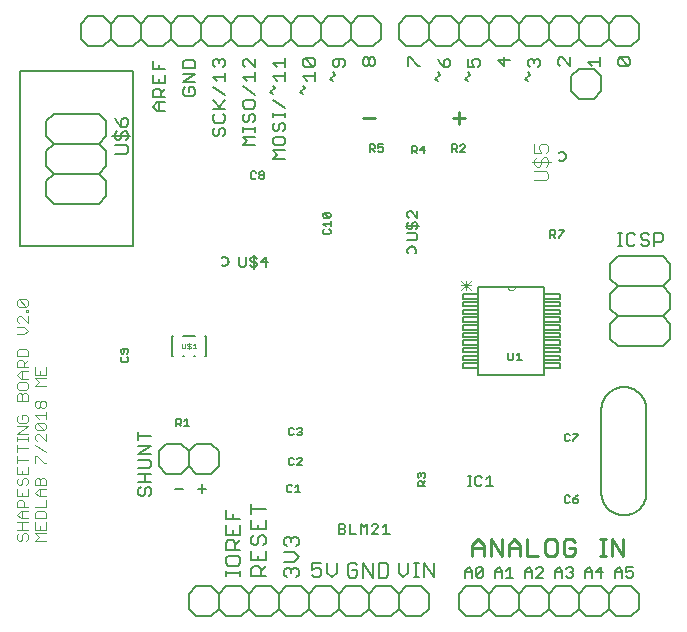
<source format=gto>
G75*
%MOIN*%
%OFA0B0*%
%FSLAX25Y25*%
%IPPOS*%
%LPD*%
%AMOC8*
5,1,8,0,0,1.08239X$1,22.5*
%
%ADD10C,0.00800*%
%ADD11C,0.00600*%
%ADD12C,0.01000*%
%ADD13C,0.01100*%
%ADD14C,0.00300*%
%ADD15C,0.00400*%
%ADD16C,0.00500*%
%ADD17C,0.00000*%
D10*
X0089996Y0047301D02*
X0090697Y0046600D01*
X0091398Y0046600D01*
X0092098Y0047301D01*
X0092098Y0048702D01*
X0092799Y0049402D01*
X0093499Y0049402D01*
X0094200Y0048702D01*
X0094200Y0047301D01*
X0093499Y0046600D01*
X0090697Y0049402D02*
X0089996Y0048702D01*
X0089996Y0047301D01*
X0089996Y0051204D02*
X0094200Y0051204D01*
X0092098Y0051204D02*
X0092098Y0054006D01*
X0089996Y0054006D02*
X0094200Y0054006D01*
X0093499Y0055808D02*
X0094200Y0056508D01*
X0094200Y0057910D01*
X0093499Y0058610D01*
X0089996Y0058610D01*
X0089996Y0060412D02*
X0094200Y0063214D01*
X0089996Y0063214D01*
X0089996Y0065016D02*
X0089996Y0067818D01*
X0089996Y0066417D02*
X0094200Y0066417D01*
X0094200Y0060412D02*
X0089996Y0060412D01*
X0089996Y0055808D02*
X0093499Y0055808D01*
X0102200Y0049002D02*
X0105002Y0049002D01*
X0109700Y0049002D02*
X0112502Y0049002D01*
X0111101Y0050403D02*
X0111101Y0047601D01*
X0119096Y0042010D02*
X0119096Y0038807D01*
X0123900Y0038807D01*
X0123900Y0036853D02*
X0123900Y0033650D01*
X0119096Y0033650D01*
X0119096Y0036853D01*
X0121498Y0035252D02*
X0121498Y0033650D01*
X0121498Y0031697D02*
X0119897Y0031697D01*
X0119096Y0030896D01*
X0119096Y0028494D01*
X0123900Y0028494D01*
X0122299Y0028494D02*
X0122299Y0030896D01*
X0121498Y0031697D01*
X0122299Y0030095D02*
X0123900Y0031697D01*
X0127596Y0031013D02*
X0127596Y0032615D01*
X0128397Y0033416D01*
X0129998Y0032615D02*
X0129998Y0031013D01*
X0129197Y0030213D01*
X0128397Y0030213D01*
X0127596Y0031013D01*
X0127596Y0028259D02*
X0127596Y0025056D01*
X0132400Y0025056D01*
X0132400Y0028259D01*
X0131599Y0030213D02*
X0132400Y0031013D01*
X0132400Y0032615D01*
X0131599Y0033416D01*
X0130799Y0033416D01*
X0129998Y0032615D01*
X0129998Y0035369D02*
X0129998Y0036971D01*
X0132400Y0038572D02*
X0132400Y0035369D01*
X0127596Y0035369D01*
X0127596Y0038572D01*
X0127596Y0040526D02*
X0127596Y0043728D01*
X0127596Y0042127D02*
X0132400Y0042127D01*
X0139397Y0032916D02*
X0140197Y0032916D01*
X0140998Y0032115D01*
X0141799Y0032916D01*
X0142599Y0032916D01*
X0143400Y0032115D01*
X0143400Y0030513D01*
X0142599Y0029713D01*
X0141799Y0027759D02*
X0138596Y0027759D01*
X0139397Y0029713D02*
X0138596Y0030513D01*
X0138596Y0032115D01*
X0139397Y0032916D01*
X0140998Y0032115D02*
X0140998Y0031314D01*
X0141799Y0027759D02*
X0143400Y0026158D01*
X0141799Y0024556D01*
X0138596Y0024556D01*
X0139397Y0022603D02*
X0140197Y0022603D01*
X0140998Y0021802D01*
X0141799Y0022603D01*
X0142599Y0022603D01*
X0143400Y0021802D01*
X0143400Y0020201D01*
X0142599Y0019400D01*
X0140998Y0021001D02*
X0140998Y0021802D01*
X0139397Y0022603D02*
X0138596Y0021802D01*
X0138596Y0020201D01*
X0139397Y0019400D01*
X0132400Y0019900D02*
X0127596Y0019900D01*
X0127596Y0022302D01*
X0128397Y0023103D01*
X0129998Y0023103D01*
X0130799Y0022302D01*
X0130799Y0019900D01*
X0130799Y0021501D02*
X0132400Y0023103D01*
X0129998Y0025056D02*
X0129998Y0026658D01*
X0123900Y0025740D02*
X0123099Y0026540D01*
X0119897Y0026540D01*
X0119096Y0025740D01*
X0119096Y0024138D01*
X0119897Y0023338D01*
X0123099Y0023338D01*
X0123900Y0024138D01*
X0123900Y0025740D01*
X0123900Y0021501D02*
X0123900Y0019900D01*
X0123900Y0020701D02*
X0119096Y0020701D01*
X0119096Y0021501D02*
X0119096Y0019900D01*
X0121498Y0038807D02*
X0121498Y0040408D01*
X0147700Y0024204D02*
X0147700Y0021802D01*
X0149301Y0022603D01*
X0150102Y0022603D01*
X0150903Y0021802D01*
X0150903Y0020201D01*
X0150102Y0019400D01*
X0148501Y0019400D01*
X0147700Y0020201D01*
X0147700Y0024204D02*
X0150903Y0024204D01*
X0152856Y0024204D02*
X0152856Y0021001D01*
X0154458Y0019400D01*
X0156059Y0021001D01*
X0156059Y0024204D01*
X0159733Y0023351D02*
X0159733Y0020149D01*
X0160534Y0019348D01*
X0162135Y0019348D01*
X0162936Y0020149D01*
X0162936Y0021750D01*
X0161334Y0021750D01*
X0159733Y0023351D02*
X0160534Y0024152D01*
X0162135Y0024152D01*
X0162936Y0023351D01*
X0164889Y0024152D02*
X0168092Y0019348D01*
X0168092Y0024152D01*
X0170046Y0024152D02*
X0172448Y0024152D01*
X0173249Y0023351D01*
X0173249Y0020149D01*
X0172448Y0019348D01*
X0170046Y0019348D01*
X0170046Y0024152D01*
X0164889Y0024152D02*
X0164889Y0019348D01*
X0176700Y0021001D02*
X0178301Y0019400D01*
X0179903Y0021001D01*
X0179903Y0024204D01*
X0181856Y0024204D02*
X0183458Y0024204D01*
X0182657Y0024204D02*
X0182657Y0019400D01*
X0181856Y0019400D02*
X0183458Y0019400D01*
X0185294Y0019400D02*
X0185294Y0024204D01*
X0188497Y0019400D01*
X0188497Y0024204D01*
X0176700Y0024204D02*
X0176700Y0021001D01*
X0249700Y0129900D02*
X0251101Y0129900D01*
X0250401Y0129900D02*
X0250401Y0134104D01*
X0251101Y0134104D02*
X0249700Y0134104D01*
X0252769Y0133403D02*
X0252769Y0130601D01*
X0253470Y0129900D01*
X0254871Y0129900D01*
X0255572Y0130601D01*
X0257373Y0130601D02*
X0258074Y0129900D01*
X0259475Y0129900D01*
X0260176Y0130601D01*
X0260176Y0131301D01*
X0259475Y0132002D01*
X0258074Y0132002D01*
X0257373Y0132702D01*
X0257373Y0133403D01*
X0258074Y0134104D01*
X0259475Y0134104D01*
X0260176Y0133403D01*
X0261977Y0134104D02*
X0261977Y0129900D01*
X0261977Y0131301D02*
X0264079Y0131301D01*
X0264780Y0132002D01*
X0264780Y0133403D01*
X0264079Y0134104D01*
X0261977Y0134104D01*
X0255572Y0133403D02*
X0254871Y0134104D01*
X0253470Y0134104D01*
X0252769Y0133403D01*
X0219696Y0184900D02*
X0218996Y0185601D01*
X0220397Y0187002D01*
X0219696Y0187702D01*
X0220397Y0189504D02*
X0219696Y0190205D01*
X0219696Y0191606D01*
X0220397Y0192306D01*
X0221098Y0192306D01*
X0221798Y0191606D01*
X0222499Y0192306D01*
X0223199Y0192306D01*
X0223900Y0191606D01*
X0223900Y0190205D01*
X0223199Y0189504D01*
X0221798Y0190905D02*
X0221798Y0191606D01*
X0229696Y0192002D02*
X0229696Y0190601D01*
X0230397Y0189900D01*
X0229696Y0192002D02*
X0230397Y0192702D01*
X0231098Y0192702D01*
X0233900Y0189900D01*
X0233900Y0192702D01*
X0239696Y0191301D02*
X0243900Y0191301D01*
X0243900Y0189900D02*
X0243900Y0192702D01*
X0241098Y0189900D02*
X0239696Y0191301D01*
X0249696Y0190601D02*
X0249696Y0192002D01*
X0250397Y0192702D01*
X0253199Y0189900D01*
X0253900Y0190601D01*
X0253900Y0192002D01*
X0253199Y0192702D01*
X0250397Y0192702D01*
X0249696Y0190601D02*
X0250397Y0189900D01*
X0253199Y0189900D01*
X0213900Y0192002D02*
X0209696Y0192002D01*
X0211798Y0189900D01*
X0211798Y0192702D01*
X0203900Y0191606D02*
X0203900Y0190205D01*
X0203199Y0189504D01*
X0201798Y0189504D02*
X0201098Y0190905D01*
X0201098Y0191606D01*
X0201798Y0192306D01*
X0203199Y0192306D01*
X0203900Y0191606D01*
X0201798Y0189504D02*
X0199696Y0189504D01*
X0199696Y0192306D01*
X0199696Y0187702D02*
X0200397Y0187002D01*
X0198996Y0185601D01*
X0199696Y0184900D01*
X0193900Y0190205D02*
X0193900Y0191606D01*
X0193199Y0192306D01*
X0192499Y0192306D01*
X0191798Y0191606D01*
X0191798Y0189504D01*
X0193199Y0189504D01*
X0193900Y0190205D01*
X0191798Y0189504D02*
X0190397Y0190905D01*
X0189696Y0192306D01*
X0189696Y0187702D02*
X0190397Y0187002D01*
X0188996Y0185601D01*
X0189696Y0184900D01*
X0183900Y0189900D02*
X0183199Y0189900D01*
X0180397Y0192702D01*
X0179696Y0192702D01*
X0179696Y0189900D01*
X0168900Y0190601D02*
X0168199Y0189900D01*
X0167499Y0189900D01*
X0166798Y0190601D01*
X0166798Y0192002D01*
X0167499Y0192702D01*
X0168199Y0192702D01*
X0168900Y0192002D01*
X0168900Y0190601D01*
X0166798Y0190601D02*
X0166098Y0189900D01*
X0165397Y0189900D01*
X0164696Y0190601D01*
X0164696Y0192002D01*
X0165397Y0192702D01*
X0166098Y0192702D01*
X0166798Y0192002D01*
X0158900Y0191606D02*
X0158199Y0192306D01*
X0155397Y0192306D01*
X0154696Y0191606D01*
X0154696Y0190205D01*
X0155397Y0189504D01*
X0156098Y0189504D01*
X0156798Y0190205D01*
X0156798Y0192306D01*
X0158900Y0191606D02*
X0158900Y0190205D01*
X0158199Y0189504D01*
X0155397Y0187002D02*
X0154696Y0187702D01*
X0155397Y0187002D02*
X0153996Y0185601D01*
X0154696Y0184900D01*
X0148900Y0185004D02*
X0148900Y0187806D01*
X0148900Y0186405D02*
X0144696Y0186405D01*
X0146098Y0185004D01*
X0144696Y0183202D02*
X0145397Y0182502D01*
X0143996Y0181101D01*
X0144696Y0180400D01*
X0138900Y0184989D02*
X0138900Y0187791D01*
X0138900Y0186390D02*
X0134696Y0186390D01*
X0136098Y0184989D01*
X0134696Y0183187D02*
X0135397Y0182487D01*
X0133996Y0181086D01*
X0134696Y0180385D01*
X0134696Y0178583D02*
X0138900Y0175781D01*
X0138900Y0174113D02*
X0138900Y0172712D01*
X0138900Y0173412D02*
X0134696Y0173412D01*
X0134696Y0172712D02*
X0134696Y0174113D01*
X0135397Y0170910D02*
X0134696Y0170210D01*
X0134696Y0168808D01*
X0135397Y0168108D01*
X0136098Y0168108D01*
X0136798Y0168808D01*
X0136798Y0170210D01*
X0137499Y0170910D01*
X0138199Y0170910D01*
X0138900Y0170210D01*
X0138900Y0168808D01*
X0138199Y0168108D01*
X0138199Y0166306D02*
X0135397Y0166306D01*
X0134696Y0165606D01*
X0134696Y0164205D01*
X0135397Y0163504D01*
X0138199Y0163504D01*
X0138900Y0164205D01*
X0138900Y0165606D01*
X0138199Y0166306D01*
X0138900Y0161702D02*
X0134696Y0161702D01*
X0136098Y0160301D01*
X0134696Y0158900D01*
X0138900Y0158900D01*
X0128900Y0163400D02*
X0124696Y0163400D01*
X0126098Y0164801D01*
X0124696Y0166202D01*
X0128900Y0166202D01*
X0128900Y0168004D02*
X0128900Y0169405D01*
X0128900Y0168705D02*
X0124696Y0168705D01*
X0124696Y0169405D02*
X0124696Y0168004D01*
X0125397Y0171073D02*
X0126098Y0171073D01*
X0126798Y0171774D01*
X0126798Y0173175D01*
X0127499Y0173876D01*
X0128199Y0173876D01*
X0128900Y0173175D01*
X0128900Y0171774D01*
X0128199Y0171073D01*
X0125397Y0171073D02*
X0124696Y0171774D01*
X0124696Y0173175D01*
X0125397Y0173876D01*
X0125397Y0175677D02*
X0128199Y0175677D01*
X0128900Y0176378D01*
X0128900Y0177779D01*
X0128199Y0178480D01*
X0125397Y0178480D01*
X0124696Y0177779D01*
X0124696Y0176378D01*
X0125397Y0175677D01*
X0128900Y0180281D02*
X0124696Y0183083D01*
X0126098Y0184885D02*
X0124696Y0186286D01*
X0128900Y0186286D01*
X0128900Y0184885D02*
X0128900Y0187687D01*
X0128900Y0189489D02*
X0126098Y0192291D01*
X0125397Y0192291D01*
X0124696Y0191591D01*
X0124696Y0190189D01*
X0125397Y0189489D01*
X0128900Y0189489D02*
X0128900Y0192291D01*
X0134696Y0190994D02*
X0138900Y0190994D01*
X0138900Y0189593D02*
X0138900Y0192395D01*
X0136098Y0189593D02*
X0134696Y0190994D01*
X0144696Y0190308D02*
X0144696Y0191710D01*
X0145397Y0192410D01*
X0148199Y0189608D01*
X0148900Y0190308D01*
X0148900Y0191710D01*
X0148199Y0192410D01*
X0145397Y0192410D01*
X0144696Y0190308D02*
X0145397Y0189608D01*
X0148199Y0189608D01*
X0118900Y0190120D02*
X0118199Y0189420D01*
X0118900Y0190120D02*
X0118900Y0191521D01*
X0118199Y0192222D01*
X0117499Y0192222D01*
X0116798Y0191521D01*
X0116798Y0190821D01*
X0116798Y0191521D02*
X0116098Y0192222D01*
X0115397Y0192222D01*
X0114696Y0191521D01*
X0114696Y0190120D01*
X0115397Y0189420D01*
X0114696Y0186217D02*
X0118900Y0186217D01*
X0118900Y0184816D02*
X0118900Y0187618D01*
X0116098Y0184816D02*
X0114696Y0186217D01*
X0114696Y0183014D02*
X0118900Y0180212D01*
X0118900Y0178410D02*
X0116798Y0176308D01*
X0117499Y0175608D02*
X0114696Y0178410D01*
X0114696Y0175608D02*
X0118900Y0175608D01*
X0118199Y0173806D02*
X0118900Y0173106D01*
X0118900Y0171705D01*
X0118199Y0171004D01*
X0115397Y0171004D01*
X0114696Y0171705D01*
X0114696Y0173106D01*
X0115397Y0173806D01*
X0115397Y0169202D02*
X0114696Y0168502D01*
X0114696Y0167101D01*
X0115397Y0166400D01*
X0116098Y0166400D01*
X0116798Y0167101D01*
X0116798Y0168502D01*
X0117499Y0169202D01*
X0118199Y0169202D01*
X0118900Y0168502D01*
X0118900Y0167101D01*
X0118199Y0166400D01*
X0108199Y0179900D02*
X0108900Y0180601D01*
X0108900Y0182002D01*
X0108199Y0182702D01*
X0106798Y0182702D01*
X0106798Y0181301D01*
X0105397Y0179900D02*
X0108199Y0179900D01*
X0105397Y0179900D02*
X0104696Y0180601D01*
X0104696Y0182002D01*
X0105397Y0182702D01*
X0104696Y0184504D02*
X0108900Y0187306D01*
X0104696Y0187306D01*
X0104696Y0189108D02*
X0104696Y0191210D01*
X0105397Y0191910D01*
X0108199Y0191910D01*
X0108900Y0191210D01*
X0108900Y0189108D01*
X0104696Y0189108D01*
X0104696Y0184504D02*
X0108900Y0184504D01*
X0098900Y0184108D02*
X0098900Y0186910D01*
X0098900Y0188712D02*
X0094696Y0188712D01*
X0094696Y0191514D01*
X0096798Y0190113D02*
X0096798Y0188712D01*
X0094696Y0186910D02*
X0094696Y0184108D01*
X0098900Y0184108D01*
X0098900Y0182306D02*
X0097499Y0180905D01*
X0097499Y0181606D02*
X0097499Y0179504D01*
X0098900Y0179504D02*
X0094696Y0179504D01*
X0094696Y0181606D01*
X0095397Y0182306D01*
X0096798Y0182306D01*
X0097499Y0181606D01*
X0096798Y0184108D02*
X0096798Y0185509D01*
X0096798Y0177702D02*
X0096798Y0174900D01*
X0096098Y0174900D02*
X0094696Y0176301D01*
X0096098Y0177702D01*
X0098900Y0177702D01*
X0098900Y0174900D02*
X0096098Y0174900D01*
D11*
X0079300Y0171500D02*
X0079300Y0166500D01*
X0076800Y0164000D01*
X0061800Y0164000D01*
X0059300Y0161500D01*
X0059300Y0156500D01*
X0061800Y0154000D01*
X0059300Y0151500D01*
X0059300Y0146500D01*
X0061800Y0144000D01*
X0076800Y0144000D01*
X0079300Y0146500D01*
X0079300Y0151500D01*
X0076800Y0154000D01*
X0061800Y0154000D01*
X0061800Y0164000D02*
X0059300Y0166500D01*
X0059300Y0171500D01*
X0061800Y0174000D01*
X0076800Y0174000D01*
X0079300Y0171500D01*
X0076800Y0164000D02*
X0079300Y0161500D01*
X0079300Y0156500D01*
X0076800Y0154000D01*
X0078300Y0196500D02*
X0073300Y0196500D01*
X0070800Y0199000D01*
X0070800Y0204000D01*
X0073300Y0206500D01*
X0078300Y0206500D01*
X0080800Y0204000D01*
X0083300Y0206500D01*
X0088300Y0206500D01*
X0090800Y0204000D01*
X0090800Y0199000D01*
X0088300Y0196500D01*
X0083300Y0196500D01*
X0080800Y0199000D01*
X0078300Y0196500D01*
X0080800Y0199000D02*
X0080800Y0204000D01*
X0090800Y0204000D02*
X0093300Y0206500D01*
X0098300Y0206500D01*
X0100800Y0204000D01*
X0103300Y0206500D01*
X0108300Y0206500D01*
X0110800Y0204000D01*
X0113300Y0206500D01*
X0118300Y0206500D01*
X0120800Y0204000D01*
X0120800Y0199000D01*
X0118300Y0196500D01*
X0113300Y0196500D01*
X0110800Y0199000D01*
X0108300Y0196500D01*
X0103300Y0196500D01*
X0100800Y0199000D01*
X0098300Y0196500D01*
X0093300Y0196500D01*
X0090800Y0199000D01*
X0100800Y0199000D02*
X0100800Y0204000D01*
X0110800Y0204000D02*
X0110800Y0199000D01*
X0120800Y0199000D02*
X0123300Y0196500D01*
X0128300Y0196500D01*
X0130800Y0199000D01*
X0133300Y0196500D01*
X0138300Y0196500D01*
X0140800Y0199000D01*
X0143300Y0196500D01*
X0148300Y0196500D01*
X0150800Y0199000D01*
X0150800Y0204000D01*
X0148300Y0206500D01*
X0143300Y0206500D01*
X0140800Y0204000D01*
X0140800Y0199000D01*
X0140800Y0204000D02*
X0138300Y0206500D01*
X0133300Y0206500D01*
X0130800Y0204000D01*
X0130800Y0199000D01*
X0130800Y0204000D02*
X0128300Y0206500D01*
X0123300Y0206500D01*
X0120800Y0204000D01*
X0150800Y0204000D02*
X0153300Y0206500D01*
X0158300Y0206500D01*
X0160800Y0204000D01*
X0163300Y0206500D01*
X0168300Y0206500D01*
X0170800Y0204000D01*
X0170800Y0199000D01*
X0168300Y0196500D01*
X0163300Y0196500D01*
X0160800Y0199000D01*
X0158300Y0196500D01*
X0153300Y0196500D01*
X0150800Y0199000D01*
X0160800Y0199000D02*
X0160800Y0204000D01*
X0176800Y0204000D02*
X0176800Y0199000D01*
X0179300Y0196500D01*
X0184300Y0196500D01*
X0186800Y0199000D01*
X0189300Y0196500D01*
X0194300Y0196500D01*
X0196800Y0199000D01*
X0196800Y0204000D01*
X0194300Y0206500D01*
X0189300Y0206500D01*
X0186800Y0204000D01*
X0186800Y0199000D01*
X0186800Y0204000D02*
X0184300Y0206500D01*
X0179300Y0206500D01*
X0176800Y0204000D01*
X0196800Y0204000D02*
X0199300Y0206500D01*
X0204300Y0206500D01*
X0206800Y0204000D01*
X0209300Y0206500D01*
X0214300Y0206500D01*
X0216800Y0204000D01*
X0219300Y0206500D01*
X0224300Y0206500D01*
X0226800Y0204000D01*
X0226800Y0199000D01*
X0224300Y0196500D01*
X0219300Y0196500D01*
X0216800Y0199000D01*
X0214300Y0196500D01*
X0209300Y0196500D01*
X0206800Y0199000D01*
X0204300Y0196500D01*
X0199300Y0196500D01*
X0196800Y0199000D01*
X0206800Y0199000D02*
X0206800Y0204000D01*
X0216800Y0204000D02*
X0216800Y0199000D01*
X0226800Y0199000D02*
X0229300Y0196500D01*
X0234300Y0196500D01*
X0236800Y0199000D01*
X0239300Y0196500D01*
X0244300Y0196500D01*
X0246800Y0199000D01*
X0249300Y0196500D01*
X0254300Y0196500D01*
X0256800Y0199000D01*
X0256800Y0204000D01*
X0254300Y0206500D01*
X0249300Y0206500D01*
X0246800Y0204000D01*
X0246800Y0199000D01*
X0246800Y0204000D02*
X0244300Y0206500D01*
X0239300Y0206500D01*
X0236800Y0204000D01*
X0236800Y0199000D01*
X0236800Y0204000D02*
X0234300Y0206500D01*
X0229300Y0206500D01*
X0226800Y0204000D01*
X0236800Y0189000D02*
X0234300Y0186500D01*
X0234300Y0181500D01*
X0236800Y0179000D01*
X0241800Y0179000D01*
X0244300Y0181500D01*
X0244300Y0186500D01*
X0241800Y0189000D01*
X0236800Y0189000D01*
X0183567Y0136568D02*
X0179030Y0136568D01*
X0179597Y0136001D02*
X0179597Y0137135D01*
X0180164Y0137702D01*
X0181299Y0137135D02*
X0181299Y0136001D01*
X0180731Y0135434D01*
X0180164Y0135434D01*
X0179597Y0136001D01*
X0179597Y0134019D02*
X0182433Y0134019D01*
X0183000Y0133452D01*
X0183000Y0132318D01*
X0182433Y0131751D01*
X0179597Y0131751D01*
X0182433Y0135434D02*
X0183000Y0136001D01*
X0183000Y0137135D01*
X0182433Y0137702D01*
X0181866Y0137702D01*
X0181299Y0137135D01*
X0180164Y0139117D02*
X0179597Y0139684D01*
X0179597Y0140818D01*
X0180164Y0141385D01*
X0180731Y0141385D01*
X0183000Y0139117D01*
X0183000Y0141385D01*
X0203300Y0116300D02*
X0203300Y0086700D01*
X0225300Y0086700D01*
X0225300Y0116300D01*
X0215500Y0116300D01*
X0213100Y0116300D01*
X0203300Y0116300D01*
X0203300Y0113800D02*
X0198100Y0113800D01*
X0198100Y0112300D01*
X0203300Y0112300D01*
X0203300Y0113800D01*
X0203300Y0111200D02*
X0198100Y0111200D01*
X0198100Y0109700D01*
X0203300Y0109700D01*
X0203300Y0111200D01*
X0203300Y0108600D02*
X0198100Y0108600D01*
X0198100Y0107100D01*
X0203300Y0107100D01*
X0203300Y0108600D01*
X0203300Y0106100D02*
X0198100Y0106100D01*
X0198100Y0104600D01*
X0203300Y0104600D01*
X0203300Y0106100D01*
X0203300Y0103500D02*
X0198100Y0103500D01*
X0198100Y0102000D01*
X0203300Y0102000D01*
X0203300Y0103500D01*
X0203300Y0101000D02*
X0198100Y0101000D01*
X0198100Y0099500D01*
X0203300Y0099500D01*
X0203300Y0101000D01*
X0203300Y0098400D02*
X0198100Y0098400D01*
X0198100Y0096900D01*
X0203300Y0096900D01*
X0203300Y0098400D01*
X0203300Y0095900D02*
X0198100Y0095900D01*
X0198100Y0094400D01*
X0203300Y0094400D01*
X0203300Y0095900D01*
X0203300Y0093300D02*
X0198100Y0093300D01*
X0198100Y0091800D01*
X0203300Y0091800D01*
X0203300Y0093300D01*
X0203300Y0090700D02*
X0198100Y0090700D01*
X0198100Y0089200D01*
X0203300Y0089200D01*
X0203300Y0090700D01*
X0225300Y0090700D02*
X0230500Y0090700D01*
X0230500Y0089200D01*
X0225300Y0089200D01*
X0225300Y0090700D01*
X0225300Y0091800D02*
X0230500Y0091800D01*
X0230500Y0093300D01*
X0225300Y0093300D01*
X0225300Y0091800D01*
X0225300Y0094400D02*
X0230500Y0094400D01*
X0230500Y0095900D01*
X0225300Y0095900D01*
X0225300Y0094400D01*
X0225300Y0096900D02*
X0230500Y0096900D01*
X0230500Y0098400D01*
X0225300Y0098400D01*
X0225300Y0096900D01*
X0225300Y0099500D02*
X0230500Y0099500D01*
X0230500Y0101000D01*
X0225300Y0101000D01*
X0225300Y0099500D01*
X0225300Y0102000D02*
X0230500Y0102000D01*
X0230500Y0103500D01*
X0225300Y0103500D01*
X0225300Y0102000D01*
X0225300Y0104600D02*
X0230500Y0104600D01*
X0230500Y0106100D01*
X0225300Y0106100D01*
X0225300Y0104600D01*
X0225300Y0107100D02*
X0230500Y0107100D01*
X0230500Y0108600D01*
X0225300Y0108600D01*
X0225300Y0107100D01*
X0225300Y0109700D02*
X0230500Y0109700D01*
X0230500Y0111200D01*
X0225300Y0111200D01*
X0225300Y0109700D01*
X0225300Y0112300D02*
X0230500Y0112300D01*
X0230500Y0113800D01*
X0225300Y0113800D01*
X0225300Y0112300D01*
X0247300Y0114000D02*
X0247300Y0109000D01*
X0249800Y0106500D01*
X0247300Y0104000D01*
X0247300Y0099000D01*
X0249800Y0096500D01*
X0264800Y0096500D01*
X0267300Y0099000D01*
X0267300Y0104000D01*
X0264800Y0106500D01*
X0249800Y0106500D01*
X0247300Y0114000D02*
X0249800Y0116500D01*
X0264800Y0116500D01*
X0267300Y0114000D01*
X0267300Y0109000D01*
X0264800Y0106500D01*
X0264800Y0116500D02*
X0267300Y0119000D01*
X0267300Y0124000D01*
X0264800Y0126500D01*
X0249800Y0126500D01*
X0247300Y0124000D01*
X0247300Y0119000D01*
X0249800Y0116500D01*
X0207051Y0053203D02*
X0207051Y0049800D01*
X0205917Y0049800D02*
X0208185Y0049800D01*
X0205917Y0052069D02*
X0207051Y0053203D01*
X0204502Y0052636D02*
X0203935Y0053203D01*
X0202801Y0053203D01*
X0202234Y0052636D01*
X0202234Y0050367D01*
X0202801Y0049800D01*
X0203935Y0049800D01*
X0204502Y0050367D01*
X0200913Y0049800D02*
X0199778Y0049800D01*
X0200345Y0049800D02*
X0200345Y0053203D01*
X0199778Y0053203D02*
X0200913Y0053203D01*
X0200040Y0022751D02*
X0198906Y0021617D01*
X0198906Y0019348D01*
X0198906Y0021049D02*
X0201174Y0021049D01*
X0201174Y0021617D02*
X0201174Y0019348D01*
X0202589Y0019915D02*
X0204857Y0022184D01*
X0204857Y0019915D01*
X0204290Y0019348D01*
X0203156Y0019348D01*
X0202589Y0019915D01*
X0202589Y0022184D01*
X0203156Y0022751D01*
X0204290Y0022751D01*
X0204857Y0022184D01*
X0201174Y0021617D02*
X0200040Y0022751D01*
X0199300Y0016500D02*
X0196800Y0014000D01*
X0196800Y0009000D01*
X0199300Y0006500D01*
X0204300Y0006500D01*
X0206800Y0009000D01*
X0209300Y0006500D01*
X0214300Y0006500D01*
X0216800Y0009000D01*
X0216800Y0014000D01*
X0214300Y0016500D01*
X0209300Y0016500D01*
X0206800Y0014000D01*
X0206800Y0009000D01*
X0206800Y0014000D02*
X0204300Y0016500D01*
X0199300Y0016500D01*
X0208906Y0019348D02*
X0208906Y0021617D01*
X0210040Y0022751D01*
X0211174Y0021617D01*
X0211174Y0019348D01*
X0212589Y0019348D02*
X0214857Y0019348D01*
X0213723Y0019348D02*
X0213723Y0022751D01*
X0212589Y0021617D01*
X0211174Y0021049D02*
X0208906Y0021049D01*
X0216800Y0014000D02*
X0219300Y0016500D01*
X0224300Y0016500D01*
X0226800Y0014000D01*
X0229300Y0016500D01*
X0234300Y0016500D01*
X0236800Y0014000D01*
X0239300Y0016500D01*
X0244300Y0016500D01*
X0246800Y0014000D01*
X0249300Y0016500D01*
X0254300Y0016500D01*
X0256800Y0014000D01*
X0256800Y0009000D01*
X0254300Y0006500D01*
X0249300Y0006500D01*
X0246800Y0009000D01*
X0244300Y0006500D01*
X0239300Y0006500D01*
X0236800Y0009000D01*
X0234300Y0006500D01*
X0229300Y0006500D01*
X0226800Y0009000D01*
X0224300Y0006500D01*
X0219300Y0006500D01*
X0216800Y0009000D01*
X0226800Y0009000D02*
X0226800Y0014000D01*
X0224857Y0019348D02*
X0222589Y0019348D01*
X0224857Y0021617D01*
X0224857Y0022184D01*
X0224290Y0022751D01*
X0223156Y0022751D01*
X0222589Y0022184D01*
X0221174Y0021617D02*
X0221174Y0019348D01*
X0221174Y0021049D02*
X0218906Y0021049D01*
X0218906Y0021617D02*
X0220040Y0022751D01*
X0221174Y0021617D01*
X0218906Y0021617D02*
X0218906Y0019348D01*
X0228906Y0019348D02*
X0228906Y0021617D01*
X0230040Y0022751D01*
X0231174Y0021617D01*
X0231174Y0019348D01*
X0232589Y0019915D02*
X0233156Y0019348D01*
X0234290Y0019348D01*
X0234857Y0019915D01*
X0234857Y0020482D01*
X0234290Y0021049D01*
X0233723Y0021049D01*
X0234290Y0021049D02*
X0234857Y0021617D01*
X0234857Y0022184D01*
X0234290Y0022751D01*
X0233156Y0022751D01*
X0232589Y0022184D01*
X0231174Y0021049D02*
X0228906Y0021049D01*
X0236800Y0014000D02*
X0236800Y0009000D01*
X0238906Y0019348D02*
X0238906Y0021617D01*
X0240040Y0022751D01*
X0241174Y0021617D01*
X0241174Y0019348D01*
X0241174Y0021049D02*
X0238906Y0021049D01*
X0242589Y0021049D02*
X0244857Y0021049D01*
X0244290Y0019348D02*
X0244290Y0022751D01*
X0242589Y0021049D01*
X0248906Y0021049D02*
X0251174Y0021049D01*
X0251174Y0021617D02*
X0251174Y0019348D01*
X0252589Y0019915D02*
X0253156Y0019348D01*
X0254290Y0019348D01*
X0254857Y0019915D01*
X0254857Y0021049D01*
X0254290Y0021617D01*
X0253723Y0021617D01*
X0252589Y0021049D01*
X0252589Y0022751D01*
X0254857Y0022751D01*
X0251174Y0021617D02*
X0250040Y0022751D01*
X0248906Y0021617D01*
X0248906Y0019348D01*
X0246800Y0014000D02*
X0246800Y0009000D01*
X0186800Y0009000D02*
X0184300Y0006500D01*
X0179300Y0006500D01*
X0176800Y0009000D01*
X0174300Y0006500D01*
X0169300Y0006500D01*
X0166800Y0009000D01*
X0164300Y0006500D01*
X0159300Y0006500D01*
X0156800Y0009000D01*
X0154300Y0006500D01*
X0149300Y0006500D01*
X0146800Y0009000D01*
X0144300Y0006500D01*
X0139300Y0006500D01*
X0136800Y0009000D01*
X0134300Y0006500D01*
X0129300Y0006500D01*
X0126800Y0009000D01*
X0124300Y0006500D01*
X0119300Y0006500D01*
X0116800Y0009000D01*
X0114300Y0006500D01*
X0109300Y0006500D01*
X0106800Y0009000D01*
X0106800Y0014000D01*
X0109300Y0016500D01*
X0114300Y0016500D01*
X0116800Y0014000D01*
X0119300Y0016500D01*
X0124300Y0016500D01*
X0126800Y0014000D01*
X0126800Y0009000D01*
X0126800Y0014000D02*
X0129300Y0016500D01*
X0134300Y0016500D01*
X0136800Y0014000D01*
X0139300Y0016500D01*
X0144300Y0016500D01*
X0146800Y0014000D01*
X0149300Y0016500D01*
X0154300Y0016500D01*
X0156800Y0014000D01*
X0156800Y0009000D01*
X0156800Y0014000D02*
X0159300Y0016500D01*
X0164300Y0016500D01*
X0166800Y0014000D01*
X0169300Y0016500D01*
X0174300Y0016500D01*
X0176800Y0014000D01*
X0179300Y0016500D01*
X0184300Y0016500D01*
X0186800Y0014000D01*
X0186800Y0009000D01*
X0176800Y0009000D02*
X0176800Y0014000D01*
X0166800Y0014000D02*
X0166800Y0009000D01*
X0146800Y0009000D02*
X0146800Y0014000D01*
X0136800Y0014000D02*
X0136800Y0009000D01*
X0116800Y0009000D02*
X0116800Y0014000D01*
X0114300Y0054000D02*
X0109300Y0054000D01*
X0106800Y0056500D01*
X0104300Y0054000D01*
X0099300Y0054000D01*
X0096800Y0056500D01*
X0096800Y0061500D01*
X0099300Y0064000D01*
X0104300Y0064000D01*
X0106800Y0061500D01*
X0109300Y0064000D01*
X0114300Y0064000D01*
X0116800Y0061500D01*
X0116800Y0056500D01*
X0114300Y0054000D01*
X0106800Y0056500D02*
X0106800Y0061500D01*
X0105115Y0093311D02*
X0104745Y0093311D01*
X0101572Y0093311D02*
X0101202Y0093311D01*
X0101202Y0099689D01*
X0101572Y0099689D01*
X0104745Y0099689D02*
X0108855Y0099689D01*
X0112028Y0099689D02*
X0112398Y0099689D01*
X0112398Y0093311D01*
X0112028Y0093311D01*
X0108855Y0093311D02*
X0108485Y0093311D01*
X0124118Y0122800D02*
X0125252Y0122800D01*
X0125819Y0123367D01*
X0125819Y0126203D01*
X0127234Y0125636D02*
X0127801Y0126203D01*
X0128935Y0126203D01*
X0129502Y0125636D01*
X0128935Y0124501D02*
X0127801Y0124501D01*
X0127234Y0125069D01*
X0127234Y0125636D01*
X0128368Y0126770D02*
X0128368Y0122233D01*
X0127801Y0122800D02*
X0128935Y0122800D01*
X0129502Y0123367D01*
X0129502Y0123934D01*
X0128935Y0124501D01*
X0130917Y0124501D02*
X0133185Y0124501D01*
X0132618Y0122800D02*
X0132618Y0126203D01*
X0130917Y0124501D01*
X0127801Y0122800D02*
X0127234Y0123367D01*
X0124118Y0122800D02*
X0123551Y0123367D01*
X0123551Y0126203D01*
X0156684Y0037203D02*
X0158386Y0037203D01*
X0158953Y0036636D01*
X0158953Y0036069D01*
X0158386Y0035501D01*
X0156684Y0035501D01*
X0156684Y0033800D02*
X0158386Y0033800D01*
X0158953Y0034367D01*
X0158953Y0034934D01*
X0158386Y0035501D01*
X0156684Y0033800D02*
X0156684Y0037203D01*
X0160367Y0037203D02*
X0160367Y0033800D01*
X0162636Y0033800D01*
X0164051Y0033800D02*
X0164051Y0037203D01*
X0165185Y0036069D01*
X0166319Y0037203D01*
X0166319Y0033800D01*
X0167734Y0033800D02*
X0170002Y0036069D01*
X0170002Y0036636D01*
X0169435Y0037203D01*
X0168301Y0037203D01*
X0167734Y0036636D01*
X0167734Y0033800D02*
X0170002Y0033800D01*
X0171417Y0033800D02*
X0173685Y0033800D01*
X0172551Y0033800D02*
X0172551Y0037203D01*
X0171417Y0036069D01*
D12*
X0201300Y0030237D02*
X0201300Y0026500D01*
X0201300Y0029302D02*
X0205037Y0029302D01*
X0205037Y0030237D02*
X0205037Y0026500D01*
X0207377Y0026500D02*
X0207377Y0032105D01*
X0211114Y0026500D01*
X0211114Y0032105D01*
X0213454Y0030237D02*
X0213454Y0026500D01*
X0213454Y0029302D02*
X0217191Y0029302D01*
X0217191Y0030237D02*
X0217191Y0026500D01*
X0219532Y0026500D02*
X0219532Y0032105D01*
X0217191Y0030237D02*
X0215323Y0032105D01*
X0213454Y0030237D01*
X0219532Y0026500D02*
X0223268Y0026500D01*
X0225609Y0027434D02*
X0225609Y0031171D01*
X0226543Y0032105D01*
X0228411Y0032105D01*
X0229345Y0031171D01*
X0229345Y0027434D01*
X0228411Y0026500D01*
X0226543Y0026500D01*
X0225609Y0027434D01*
X0231686Y0027434D02*
X0232620Y0026500D01*
X0234488Y0026500D01*
X0235422Y0027434D01*
X0235422Y0029302D01*
X0233554Y0029302D01*
X0231686Y0027434D02*
X0231686Y0031171D01*
X0232620Y0032105D01*
X0234488Y0032105D01*
X0235422Y0031171D01*
X0243840Y0032105D02*
X0245709Y0032105D01*
X0244774Y0032105D02*
X0244774Y0026500D01*
X0243840Y0026500D02*
X0245709Y0026500D01*
X0247892Y0026500D02*
X0247892Y0032105D01*
X0251628Y0026500D01*
X0251628Y0032105D01*
X0205037Y0030237D02*
X0203168Y0032105D01*
X0201300Y0030237D01*
D13*
X0196818Y0170534D02*
X0196818Y0174471D01*
X0194850Y0172503D02*
X0198787Y0172503D01*
X0168787Y0172503D02*
X0164850Y0172503D01*
D14*
X0049447Y0032267D02*
X0050064Y0031650D01*
X0050681Y0031650D01*
X0051298Y0032267D01*
X0051298Y0033502D01*
X0051916Y0034119D01*
X0052533Y0034119D01*
X0053150Y0033502D01*
X0053150Y0032267D01*
X0052533Y0031650D01*
X0055447Y0031650D02*
X0056681Y0032884D01*
X0055447Y0034119D01*
X0059150Y0034119D01*
X0059150Y0035333D02*
X0059150Y0037802D01*
X0059150Y0039016D02*
X0059150Y0040868D01*
X0058533Y0041485D01*
X0056064Y0041485D01*
X0055447Y0040868D01*
X0055447Y0039016D01*
X0059150Y0039016D01*
X0057298Y0036568D02*
X0057298Y0035333D01*
X0055447Y0035333D02*
X0059150Y0035333D01*
X0059150Y0031650D02*
X0055447Y0031650D01*
X0055447Y0035333D02*
X0055447Y0037802D01*
X0053150Y0037802D02*
X0049447Y0037802D01*
X0050681Y0039016D02*
X0049447Y0040251D01*
X0050681Y0041485D01*
X0053150Y0041485D01*
X0053150Y0042699D02*
X0049447Y0042699D01*
X0049447Y0044551D01*
X0050064Y0045168D01*
X0051298Y0045168D01*
X0051916Y0044551D01*
X0051916Y0042699D01*
X0051298Y0041485D02*
X0051298Y0039016D01*
X0050681Y0039016D02*
X0053150Y0039016D01*
X0051298Y0037802D02*
X0051298Y0035333D01*
X0050064Y0034119D02*
X0049447Y0033502D01*
X0049447Y0032267D01*
X0049447Y0035333D02*
X0053150Y0035333D01*
X0055447Y0042699D02*
X0059150Y0042699D01*
X0059150Y0045168D01*
X0059150Y0046383D02*
X0056681Y0046383D01*
X0055447Y0047617D01*
X0056681Y0048851D01*
X0059150Y0048851D01*
X0059150Y0050066D02*
X0055447Y0050066D01*
X0055447Y0051917D01*
X0056064Y0052534D01*
X0056681Y0052534D01*
X0057298Y0051917D01*
X0057298Y0050066D01*
X0057298Y0048851D02*
X0057298Y0046383D01*
X0059150Y0050066D02*
X0059150Y0051917D01*
X0058533Y0052534D01*
X0057916Y0052534D01*
X0057298Y0051917D01*
X0053150Y0051917D02*
X0052533Y0052534D01*
X0051916Y0052534D01*
X0051298Y0051917D01*
X0051298Y0050683D01*
X0050681Y0050066D01*
X0050064Y0050066D01*
X0049447Y0050683D01*
X0049447Y0051917D01*
X0050064Y0052534D01*
X0049447Y0053749D02*
X0053150Y0053749D01*
X0053150Y0056218D01*
X0051298Y0054983D02*
X0051298Y0053749D01*
X0049447Y0053749D02*
X0049447Y0056218D01*
X0049447Y0057432D02*
X0049447Y0059901D01*
X0049447Y0061115D02*
X0049447Y0063584D01*
X0049447Y0064798D02*
X0049447Y0066033D01*
X0049447Y0065415D02*
X0053150Y0065415D01*
X0053150Y0064798D02*
X0053150Y0066033D01*
X0053150Y0067254D02*
X0049447Y0067254D01*
X0053150Y0069723D01*
X0049447Y0069723D01*
X0050064Y0070937D02*
X0052533Y0070937D01*
X0053150Y0071554D01*
X0053150Y0072788D01*
X0052533Y0073406D01*
X0051298Y0073406D01*
X0051298Y0072171D01*
X0050064Y0070937D02*
X0049447Y0071554D01*
X0049447Y0072788D01*
X0050064Y0073406D01*
X0049447Y0078303D02*
X0049447Y0080155D01*
X0050064Y0080772D01*
X0050681Y0080772D01*
X0051298Y0080155D01*
X0051298Y0078303D01*
X0049447Y0078303D02*
X0053150Y0078303D01*
X0053150Y0080155D01*
X0052533Y0080772D01*
X0051916Y0080772D01*
X0051298Y0080155D01*
X0050064Y0081986D02*
X0052533Y0081986D01*
X0053150Y0082603D01*
X0053150Y0083838D01*
X0052533Y0084455D01*
X0050064Y0084455D01*
X0049447Y0083838D01*
X0049447Y0082603D01*
X0050064Y0081986D01*
X0050681Y0085669D02*
X0049447Y0086904D01*
X0050681Y0088138D01*
X0053150Y0088138D01*
X0053150Y0089353D02*
X0049447Y0089353D01*
X0049447Y0091204D01*
X0050064Y0091821D01*
X0051298Y0091821D01*
X0051916Y0091204D01*
X0051916Y0089353D01*
X0051916Y0090587D02*
X0053150Y0091821D01*
X0053150Y0093036D02*
X0053150Y0094887D01*
X0052533Y0095505D01*
X0050064Y0095505D01*
X0049447Y0094887D01*
X0049447Y0093036D01*
X0053150Y0093036D01*
X0055447Y0089366D02*
X0055447Y0086897D01*
X0059150Y0086897D01*
X0059150Y0089366D01*
X0057298Y0088132D02*
X0057298Y0086897D01*
X0055447Y0085683D02*
X0059150Y0085683D01*
X0059150Y0083214D02*
X0055447Y0083214D01*
X0056681Y0084448D01*
X0055447Y0085683D01*
X0053150Y0085669D02*
X0050681Y0085669D01*
X0051298Y0085669D02*
X0051298Y0088138D01*
X0056064Y0078317D02*
X0056681Y0078317D01*
X0057298Y0077699D01*
X0057298Y0076465D01*
X0056681Y0075848D01*
X0056064Y0075848D01*
X0055447Y0076465D01*
X0055447Y0077699D01*
X0056064Y0078317D01*
X0057298Y0077699D02*
X0057916Y0078317D01*
X0058533Y0078317D01*
X0059150Y0077699D01*
X0059150Y0076465D01*
X0058533Y0075848D01*
X0057916Y0075848D01*
X0057298Y0076465D01*
X0059150Y0074633D02*
X0059150Y0072165D01*
X0059150Y0073399D02*
X0055447Y0073399D01*
X0056681Y0072165D01*
X0056064Y0070950D02*
X0058533Y0068481D01*
X0059150Y0069099D01*
X0059150Y0070333D01*
X0058533Y0070950D01*
X0056064Y0070950D01*
X0055447Y0070333D01*
X0055447Y0069099D01*
X0056064Y0068481D01*
X0058533Y0068481D01*
X0059150Y0067267D02*
X0059150Y0064798D01*
X0056681Y0067267D01*
X0056064Y0067267D01*
X0055447Y0066650D01*
X0055447Y0065415D01*
X0056064Y0064798D01*
X0055447Y0063584D02*
X0059150Y0061115D01*
X0056064Y0059901D02*
X0058533Y0057432D01*
X0059150Y0057432D01*
X0055447Y0057432D02*
X0055447Y0059901D01*
X0056064Y0059901D01*
X0053150Y0058666D02*
X0049447Y0058666D01*
X0049447Y0062350D02*
X0053150Y0062350D01*
X0053150Y0051917D02*
X0053150Y0050683D01*
X0052533Y0050066D01*
X0053150Y0048851D02*
X0053150Y0046383D01*
X0049447Y0046383D01*
X0049447Y0048851D01*
X0051298Y0047617D02*
X0051298Y0046383D01*
X0051916Y0100402D02*
X0053150Y0101636D01*
X0051916Y0102871D01*
X0049447Y0102871D01*
X0050064Y0104085D02*
X0049447Y0104702D01*
X0049447Y0105937D01*
X0050064Y0106554D01*
X0050681Y0106554D01*
X0053150Y0104085D01*
X0053150Y0106554D01*
X0053150Y0107768D02*
X0053150Y0108386D01*
X0052533Y0108386D01*
X0052533Y0107768D01*
X0053150Y0107768D01*
X0052533Y0109610D02*
X0050064Y0112079D01*
X0052533Y0112079D01*
X0053150Y0111461D01*
X0053150Y0110227D01*
X0052533Y0109610D01*
X0050064Y0109610D01*
X0049447Y0110227D01*
X0049447Y0111461D01*
X0050064Y0112079D01*
X0049447Y0100402D02*
X0051916Y0100402D01*
X0197650Y0115134D02*
X0200786Y0118270D01*
X0199218Y0118270D02*
X0199218Y0115134D01*
X0200786Y0115134D02*
X0197650Y0118270D01*
X0197650Y0116702D02*
X0200786Y0116702D01*
D15*
X0221996Y0151700D02*
X0225833Y0151700D01*
X0226600Y0152467D01*
X0226600Y0154002D01*
X0225833Y0154769D01*
X0221996Y0154769D01*
X0222763Y0156304D02*
X0221996Y0157071D01*
X0221996Y0158606D01*
X0222763Y0159373D01*
X0221996Y0160908D02*
X0224298Y0160908D01*
X0223531Y0162442D01*
X0223531Y0163210D01*
X0224298Y0163977D01*
X0225833Y0163977D01*
X0226600Y0163210D01*
X0226600Y0161675D01*
X0225833Y0160908D01*
X0225833Y0159373D02*
X0225065Y0159373D01*
X0224298Y0158606D01*
X0224298Y0157071D01*
X0223531Y0156304D01*
X0222763Y0156304D01*
X0221229Y0157839D02*
X0227367Y0157839D01*
X0226600Y0158606D02*
X0225833Y0159373D01*
X0226600Y0158606D02*
X0226600Y0157071D01*
X0225833Y0156304D01*
X0221996Y0160908D02*
X0221996Y0163977D01*
X0108692Y0097301D02*
X0108692Y0095700D01*
X0108158Y0095700D02*
X0109226Y0095700D01*
X0108158Y0096768D02*
X0108692Y0097301D01*
X0107384Y0097034D02*
X0107118Y0097301D01*
X0106584Y0097301D01*
X0106317Y0097034D01*
X0106317Y0096768D01*
X0106584Y0096501D01*
X0107118Y0096501D01*
X0107384Y0096234D01*
X0107384Y0095967D01*
X0107118Y0095700D01*
X0106584Y0095700D01*
X0106317Y0095967D01*
X0106851Y0095433D02*
X0106851Y0097568D01*
X0105543Y0097301D02*
X0105543Y0095967D01*
X0105276Y0095700D01*
X0104742Y0095700D01*
X0104475Y0095967D01*
X0104475Y0097301D01*
D16*
X0086550Y0095239D02*
X0086550Y0094405D01*
X0086133Y0093988D01*
X0085299Y0094405D02*
X0085299Y0095656D01*
X0086133Y0095656D02*
X0084465Y0095656D01*
X0084048Y0095239D01*
X0084048Y0094405D01*
X0084465Y0093988D01*
X0084882Y0093988D01*
X0085299Y0094405D01*
X0086550Y0095239D02*
X0086133Y0095656D01*
X0086133Y0092893D02*
X0086550Y0092476D01*
X0086550Y0091642D01*
X0086133Y0091225D01*
X0084465Y0091225D01*
X0084048Y0091642D01*
X0084048Y0092476D01*
X0084465Y0092893D01*
X0102550Y0072252D02*
X0102550Y0069750D01*
X0102550Y0070584D02*
X0103801Y0070584D01*
X0104218Y0071001D01*
X0104218Y0071835D01*
X0103801Y0072252D01*
X0102550Y0072252D01*
X0103384Y0070584D02*
X0104218Y0069750D01*
X0105312Y0069750D02*
X0106980Y0069750D01*
X0106146Y0069750D02*
X0106146Y0072252D01*
X0105312Y0071418D01*
X0139525Y0049835D02*
X0139525Y0048167D01*
X0139942Y0047750D01*
X0140776Y0047750D01*
X0141193Y0048167D01*
X0142288Y0047750D02*
X0143956Y0047750D01*
X0143122Y0047750D02*
X0143122Y0050252D01*
X0142288Y0049418D01*
X0141193Y0049835D02*
X0140776Y0050252D01*
X0139942Y0050252D01*
X0139525Y0049835D01*
X0140442Y0056750D02*
X0141276Y0056750D01*
X0141693Y0057167D01*
X0142788Y0056750D02*
X0144456Y0058418D01*
X0144456Y0058835D01*
X0144039Y0059252D01*
X0143205Y0059252D01*
X0142788Y0058835D01*
X0141693Y0058835D02*
X0141276Y0059252D01*
X0140442Y0059252D01*
X0140025Y0058835D01*
X0140025Y0057167D01*
X0140442Y0056750D01*
X0142788Y0056750D02*
X0144456Y0056750D01*
X0144039Y0066750D02*
X0143205Y0066750D01*
X0142788Y0067167D01*
X0141693Y0067167D02*
X0141276Y0066750D01*
X0140442Y0066750D01*
X0140025Y0067167D01*
X0140025Y0068835D01*
X0140442Y0069252D01*
X0141276Y0069252D01*
X0141693Y0068835D01*
X0142788Y0068835D02*
X0143205Y0069252D01*
X0144039Y0069252D01*
X0144456Y0068835D01*
X0144456Y0068418D01*
X0144039Y0068001D01*
X0144456Y0067584D01*
X0144456Y0067167D01*
X0144039Y0066750D01*
X0144039Y0068001D02*
X0143622Y0068001D01*
X0183048Y0053739D02*
X0183465Y0054156D01*
X0183882Y0054156D01*
X0184299Y0053739D01*
X0184716Y0054156D01*
X0185133Y0054156D01*
X0185550Y0053739D01*
X0185550Y0052905D01*
X0185133Y0052488D01*
X0185550Y0051393D02*
X0184716Y0050559D01*
X0184716Y0050976D02*
X0184716Y0049725D01*
X0185550Y0049725D02*
X0183048Y0049725D01*
X0183048Y0050976D01*
X0183465Y0051393D01*
X0184299Y0051393D01*
X0184716Y0050976D01*
X0183465Y0052488D02*
X0183048Y0052905D01*
X0183048Y0053739D01*
X0184299Y0053739D02*
X0184299Y0053322D01*
X0213667Y0091750D02*
X0213250Y0092167D01*
X0213250Y0094252D01*
X0214918Y0094252D02*
X0214918Y0092167D01*
X0214501Y0091750D01*
X0213667Y0091750D01*
X0216012Y0091750D02*
X0217680Y0091750D01*
X0216846Y0091750D02*
X0216846Y0094252D01*
X0216012Y0093418D01*
X0232442Y0067252D02*
X0232025Y0066835D01*
X0232025Y0065167D01*
X0232442Y0064750D01*
X0233276Y0064750D01*
X0233693Y0065167D01*
X0234788Y0065167D02*
X0234788Y0064750D01*
X0234788Y0065167D02*
X0236456Y0066835D01*
X0236456Y0067252D01*
X0234788Y0067252D01*
X0233693Y0066835D02*
X0233276Y0067252D01*
X0232442Y0067252D01*
X0244300Y0075350D02*
X0244300Y0047650D01*
X0244302Y0047467D01*
X0244309Y0047285D01*
X0244320Y0047103D01*
X0244336Y0046921D01*
X0244356Y0046739D01*
X0244380Y0046558D01*
X0244409Y0046378D01*
X0244442Y0046198D01*
X0244479Y0046019D01*
X0244521Y0045841D01*
X0244568Y0045665D01*
X0244618Y0045489D01*
X0244673Y0045315D01*
X0244732Y0045142D01*
X0244795Y0044971D01*
X0244862Y0044801D01*
X0244934Y0044633D01*
X0245009Y0044467D01*
X0245089Y0044302D01*
X0245172Y0044140D01*
X0245260Y0043979D01*
X0245351Y0043821D01*
X0245446Y0043665D01*
X0245545Y0043512D01*
X0245648Y0043361D01*
X0245754Y0043212D01*
X0245864Y0043066D01*
X0245977Y0042923D01*
X0246094Y0042783D01*
X0246214Y0042645D01*
X0246338Y0042511D01*
X0246465Y0042379D01*
X0246594Y0042251D01*
X0246727Y0042126D01*
X0246863Y0042004D01*
X0247002Y0041885D01*
X0247144Y0041770D01*
X0247289Y0041658D01*
X0247436Y0041550D01*
X0247586Y0041446D01*
X0247738Y0041345D01*
X0247893Y0041248D01*
X0248050Y0041155D01*
X0248209Y0041065D01*
X0248371Y0040980D01*
X0248534Y0040898D01*
X0248699Y0040821D01*
X0248867Y0040747D01*
X0249036Y0040678D01*
X0249206Y0040613D01*
X0249378Y0040552D01*
X0249552Y0040495D01*
X0249727Y0040442D01*
X0249903Y0040394D01*
X0250080Y0040350D01*
X0250259Y0040310D01*
X0250438Y0040275D01*
X0250618Y0040244D01*
X0250798Y0040217D01*
X0250980Y0040195D01*
X0251161Y0040177D01*
X0251344Y0040164D01*
X0251526Y0040155D01*
X0251709Y0040151D01*
X0251891Y0040151D01*
X0252074Y0040155D01*
X0252256Y0040164D01*
X0252439Y0040177D01*
X0252620Y0040195D01*
X0252802Y0040217D01*
X0252982Y0040244D01*
X0253162Y0040275D01*
X0253341Y0040310D01*
X0253520Y0040350D01*
X0253697Y0040394D01*
X0253873Y0040442D01*
X0254048Y0040495D01*
X0254222Y0040552D01*
X0254394Y0040613D01*
X0254564Y0040678D01*
X0254733Y0040747D01*
X0254901Y0040821D01*
X0255066Y0040898D01*
X0255229Y0040980D01*
X0255391Y0041065D01*
X0255550Y0041155D01*
X0255707Y0041248D01*
X0255862Y0041345D01*
X0256014Y0041446D01*
X0256164Y0041550D01*
X0256311Y0041658D01*
X0256456Y0041770D01*
X0256598Y0041885D01*
X0256737Y0042004D01*
X0256873Y0042126D01*
X0257006Y0042251D01*
X0257135Y0042379D01*
X0257262Y0042511D01*
X0257386Y0042645D01*
X0257506Y0042783D01*
X0257623Y0042923D01*
X0257736Y0043066D01*
X0257846Y0043212D01*
X0257952Y0043361D01*
X0258055Y0043512D01*
X0258154Y0043665D01*
X0258249Y0043821D01*
X0258340Y0043979D01*
X0258428Y0044140D01*
X0258511Y0044302D01*
X0258591Y0044467D01*
X0258666Y0044633D01*
X0258738Y0044801D01*
X0258805Y0044971D01*
X0258868Y0045142D01*
X0258927Y0045315D01*
X0258982Y0045489D01*
X0259032Y0045665D01*
X0259079Y0045841D01*
X0259121Y0046019D01*
X0259158Y0046198D01*
X0259191Y0046378D01*
X0259220Y0046558D01*
X0259244Y0046739D01*
X0259264Y0046921D01*
X0259280Y0047103D01*
X0259291Y0047285D01*
X0259298Y0047467D01*
X0259300Y0047650D01*
X0259300Y0075350D01*
X0259298Y0075533D01*
X0259291Y0075715D01*
X0259280Y0075897D01*
X0259264Y0076079D01*
X0259244Y0076261D01*
X0259220Y0076442D01*
X0259191Y0076622D01*
X0259158Y0076802D01*
X0259121Y0076981D01*
X0259079Y0077159D01*
X0259032Y0077335D01*
X0258982Y0077511D01*
X0258927Y0077685D01*
X0258868Y0077858D01*
X0258805Y0078029D01*
X0258738Y0078199D01*
X0258666Y0078367D01*
X0258591Y0078533D01*
X0258511Y0078698D01*
X0258428Y0078860D01*
X0258340Y0079021D01*
X0258249Y0079179D01*
X0258154Y0079335D01*
X0258055Y0079488D01*
X0257952Y0079639D01*
X0257846Y0079788D01*
X0257736Y0079934D01*
X0257623Y0080077D01*
X0257506Y0080217D01*
X0257386Y0080355D01*
X0257262Y0080489D01*
X0257135Y0080621D01*
X0257006Y0080749D01*
X0256873Y0080874D01*
X0256737Y0080996D01*
X0256598Y0081115D01*
X0256456Y0081230D01*
X0256311Y0081342D01*
X0256164Y0081450D01*
X0256014Y0081554D01*
X0255862Y0081655D01*
X0255707Y0081752D01*
X0255550Y0081845D01*
X0255391Y0081935D01*
X0255229Y0082020D01*
X0255066Y0082102D01*
X0254901Y0082179D01*
X0254733Y0082253D01*
X0254564Y0082322D01*
X0254394Y0082387D01*
X0254222Y0082448D01*
X0254048Y0082505D01*
X0253873Y0082558D01*
X0253697Y0082606D01*
X0253520Y0082650D01*
X0253341Y0082690D01*
X0253162Y0082725D01*
X0252982Y0082756D01*
X0252802Y0082783D01*
X0252620Y0082805D01*
X0252439Y0082823D01*
X0252256Y0082836D01*
X0252074Y0082845D01*
X0251891Y0082849D01*
X0251709Y0082849D01*
X0251526Y0082845D01*
X0251344Y0082836D01*
X0251161Y0082823D01*
X0250980Y0082805D01*
X0250798Y0082783D01*
X0250618Y0082756D01*
X0250438Y0082725D01*
X0250259Y0082690D01*
X0250080Y0082650D01*
X0249903Y0082606D01*
X0249727Y0082558D01*
X0249552Y0082505D01*
X0249378Y0082448D01*
X0249206Y0082387D01*
X0249036Y0082322D01*
X0248867Y0082253D01*
X0248699Y0082179D01*
X0248534Y0082102D01*
X0248371Y0082020D01*
X0248209Y0081935D01*
X0248050Y0081845D01*
X0247893Y0081752D01*
X0247738Y0081655D01*
X0247586Y0081554D01*
X0247436Y0081450D01*
X0247289Y0081342D01*
X0247144Y0081230D01*
X0247002Y0081115D01*
X0246863Y0080996D01*
X0246727Y0080874D01*
X0246594Y0080749D01*
X0246465Y0080621D01*
X0246338Y0080489D01*
X0246214Y0080355D01*
X0246094Y0080217D01*
X0245977Y0080077D01*
X0245864Y0079934D01*
X0245754Y0079788D01*
X0245648Y0079639D01*
X0245545Y0079488D01*
X0245446Y0079335D01*
X0245351Y0079179D01*
X0245260Y0079021D01*
X0245172Y0078860D01*
X0245089Y0078698D01*
X0245009Y0078533D01*
X0244934Y0078367D01*
X0244862Y0078199D01*
X0244795Y0078029D01*
X0244732Y0077858D01*
X0244673Y0077685D01*
X0244618Y0077511D01*
X0244568Y0077335D01*
X0244521Y0077159D01*
X0244479Y0076981D01*
X0244442Y0076802D01*
X0244409Y0076622D01*
X0244380Y0076442D01*
X0244356Y0076261D01*
X0244336Y0076079D01*
X0244320Y0075897D01*
X0244309Y0075715D01*
X0244302Y0075533D01*
X0244300Y0075350D01*
X0236456Y0046752D02*
X0235622Y0046335D01*
X0234788Y0045501D01*
X0236039Y0045501D01*
X0236456Y0045084D01*
X0236456Y0044667D01*
X0236039Y0044250D01*
X0235205Y0044250D01*
X0234788Y0044667D01*
X0234788Y0045501D01*
X0233693Y0044667D02*
X0233276Y0044250D01*
X0232442Y0044250D01*
X0232025Y0044667D01*
X0232025Y0046335D01*
X0232442Y0046752D01*
X0233276Y0046752D01*
X0233693Y0046335D01*
X0182300Y0127500D02*
X0182338Y0127566D01*
X0182372Y0127634D01*
X0182402Y0127704D01*
X0182428Y0127775D01*
X0182451Y0127847D01*
X0182470Y0127921D01*
X0182486Y0127995D01*
X0182497Y0128071D01*
X0182504Y0128146D01*
X0182508Y0128222D01*
X0182507Y0128298D01*
X0182503Y0128374D01*
X0182494Y0128449D01*
X0182482Y0128524D01*
X0182466Y0128599D01*
X0182446Y0128672D01*
X0182422Y0128744D01*
X0182394Y0128815D01*
X0182363Y0128884D01*
X0182328Y0128952D01*
X0182290Y0129017D01*
X0182248Y0129081D01*
X0182203Y0129142D01*
X0182155Y0129201D01*
X0182104Y0129257D01*
X0182050Y0129311D01*
X0181993Y0129362D01*
X0181934Y0129409D01*
X0181873Y0129454D01*
X0181809Y0129495D01*
X0181743Y0129533D01*
X0181675Y0129567D01*
X0181606Y0129598D01*
X0181535Y0129625D01*
X0181462Y0129648D01*
X0181389Y0129668D01*
X0181315Y0129684D01*
X0181239Y0129696D01*
X0181164Y0129704D01*
X0181088Y0129708D01*
X0181012Y0129708D01*
X0180936Y0129704D01*
X0180861Y0129696D01*
X0180785Y0129684D01*
X0180711Y0129668D01*
X0180638Y0129648D01*
X0180565Y0129625D01*
X0180494Y0129598D01*
X0180425Y0129567D01*
X0180357Y0129533D01*
X0180291Y0129495D01*
X0180227Y0129454D01*
X0180166Y0129409D01*
X0180107Y0129362D01*
X0180050Y0129311D01*
X0179996Y0129257D01*
X0179945Y0129201D01*
X0179897Y0129142D01*
X0179852Y0129081D01*
X0179810Y0129017D01*
X0179772Y0128952D01*
X0179737Y0128884D01*
X0179706Y0128815D01*
X0179678Y0128744D01*
X0179654Y0128672D01*
X0179634Y0128599D01*
X0179618Y0128524D01*
X0179606Y0128449D01*
X0179597Y0128374D01*
X0179593Y0128298D01*
X0179592Y0128222D01*
X0179596Y0128146D01*
X0179603Y0128071D01*
X0179614Y0127995D01*
X0179630Y0127921D01*
X0179649Y0127847D01*
X0179672Y0127775D01*
X0179698Y0127704D01*
X0179728Y0127634D01*
X0179762Y0127566D01*
X0179800Y0127500D01*
X0154050Y0134167D02*
X0154050Y0135001D01*
X0153633Y0135418D01*
X0154050Y0136512D02*
X0154050Y0138180D01*
X0154050Y0137346D02*
X0151548Y0137346D01*
X0152382Y0136512D01*
X0151965Y0135418D02*
X0151548Y0135001D01*
X0151548Y0134167D01*
X0151965Y0133750D01*
X0153633Y0133750D01*
X0154050Y0134167D01*
X0153633Y0139275D02*
X0151965Y0139275D01*
X0151548Y0139692D01*
X0151548Y0140526D01*
X0151965Y0140943D01*
X0153633Y0139275D01*
X0154050Y0139692D01*
X0154050Y0140526D01*
X0153633Y0140943D01*
X0151965Y0140943D01*
X0167050Y0161250D02*
X0167050Y0163752D01*
X0168301Y0163752D01*
X0168718Y0163335D01*
X0168718Y0162501D01*
X0168301Y0162084D01*
X0167050Y0162084D01*
X0167884Y0162084D02*
X0168718Y0161250D01*
X0169812Y0161667D02*
X0170229Y0161250D01*
X0171063Y0161250D01*
X0171480Y0161667D01*
X0171480Y0162501D01*
X0171063Y0162918D01*
X0170646Y0162918D01*
X0169812Y0162501D01*
X0169812Y0163752D01*
X0171480Y0163752D01*
X0181050Y0163252D02*
X0181050Y0160750D01*
X0181050Y0161584D02*
X0182301Y0161584D01*
X0182718Y0162001D01*
X0182718Y0162835D01*
X0182301Y0163252D01*
X0181050Y0163252D01*
X0181884Y0161584D02*
X0182718Y0160750D01*
X0183812Y0162001D02*
X0185063Y0163252D01*
X0185063Y0160750D01*
X0185480Y0162001D02*
X0183812Y0162001D01*
X0194550Y0162084D02*
X0195801Y0162084D01*
X0196218Y0162501D01*
X0196218Y0163335D01*
X0195801Y0163752D01*
X0194550Y0163752D01*
X0194550Y0161250D01*
X0195384Y0162084D02*
X0196218Y0161250D01*
X0197312Y0161250D02*
X0198980Y0162918D01*
X0198980Y0163335D01*
X0198563Y0163752D01*
X0197729Y0163752D01*
X0197312Y0163335D01*
X0197312Y0161250D02*
X0198980Y0161250D01*
X0227157Y0135252D02*
X0227157Y0132550D01*
X0227157Y0133451D02*
X0228508Y0133451D01*
X0228959Y0133901D01*
X0228959Y0134802D01*
X0228508Y0135252D01*
X0227157Y0135252D01*
X0228058Y0133451D02*
X0228959Y0132550D01*
X0230103Y0132550D02*
X0230103Y0133000D01*
X0231905Y0134802D01*
X0231905Y0135252D01*
X0230103Y0135252D01*
X0230300Y0158500D02*
X0230366Y0158462D01*
X0230434Y0158428D01*
X0230504Y0158398D01*
X0230575Y0158372D01*
X0230647Y0158349D01*
X0230721Y0158330D01*
X0230795Y0158314D01*
X0230871Y0158303D01*
X0230946Y0158296D01*
X0231022Y0158292D01*
X0231098Y0158293D01*
X0231174Y0158297D01*
X0231249Y0158306D01*
X0231324Y0158318D01*
X0231399Y0158334D01*
X0231472Y0158354D01*
X0231544Y0158378D01*
X0231615Y0158406D01*
X0231684Y0158437D01*
X0231752Y0158472D01*
X0231817Y0158510D01*
X0231881Y0158552D01*
X0231942Y0158597D01*
X0232001Y0158645D01*
X0232057Y0158696D01*
X0232111Y0158750D01*
X0232162Y0158807D01*
X0232209Y0158866D01*
X0232254Y0158927D01*
X0232295Y0158991D01*
X0232333Y0159057D01*
X0232367Y0159125D01*
X0232398Y0159194D01*
X0232425Y0159265D01*
X0232448Y0159338D01*
X0232468Y0159411D01*
X0232484Y0159485D01*
X0232496Y0159561D01*
X0232504Y0159636D01*
X0232508Y0159712D01*
X0232508Y0159788D01*
X0232504Y0159864D01*
X0232496Y0159939D01*
X0232484Y0160015D01*
X0232468Y0160089D01*
X0232448Y0160162D01*
X0232425Y0160235D01*
X0232398Y0160306D01*
X0232367Y0160375D01*
X0232333Y0160443D01*
X0232295Y0160509D01*
X0232254Y0160573D01*
X0232209Y0160634D01*
X0232162Y0160693D01*
X0232111Y0160750D01*
X0232057Y0160804D01*
X0232001Y0160855D01*
X0231942Y0160903D01*
X0231881Y0160948D01*
X0231817Y0160990D01*
X0231752Y0161028D01*
X0231684Y0161063D01*
X0231615Y0161094D01*
X0231544Y0161122D01*
X0231472Y0161146D01*
X0231399Y0161166D01*
X0231324Y0161182D01*
X0231249Y0161194D01*
X0231174Y0161203D01*
X0231098Y0161207D01*
X0231022Y0161208D01*
X0230946Y0161204D01*
X0230871Y0161197D01*
X0230795Y0161186D01*
X0230721Y0161170D01*
X0230647Y0161151D01*
X0230575Y0161128D01*
X0230504Y0161102D01*
X0230434Y0161072D01*
X0230366Y0161038D01*
X0230300Y0161000D01*
X0131980Y0154335D02*
X0131980Y0153918D01*
X0131563Y0153501D01*
X0130729Y0153501D01*
X0130312Y0153918D01*
X0130312Y0154335D01*
X0130729Y0154752D01*
X0131563Y0154752D01*
X0131980Y0154335D01*
X0131563Y0153501D02*
X0131980Y0153084D01*
X0131980Y0152667D01*
X0131563Y0152250D01*
X0130729Y0152250D01*
X0130312Y0152667D01*
X0130312Y0153084D01*
X0130729Y0153501D01*
X0129218Y0152667D02*
X0128801Y0152250D01*
X0127967Y0152250D01*
X0127550Y0152667D01*
X0127550Y0154335D01*
X0127967Y0154752D01*
X0128801Y0154752D01*
X0129218Y0154335D01*
X0117800Y0126000D02*
X0117866Y0126038D01*
X0117934Y0126072D01*
X0118004Y0126102D01*
X0118075Y0126128D01*
X0118147Y0126151D01*
X0118221Y0126170D01*
X0118295Y0126186D01*
X0118371Y0126197D01*
X0118446Y0126204D01*
X0118522Y0126208D01*
X0118598Y0126207D01*
X0118674Y0126203D01*
X0118749Y0126194D01*
X0118824Y0126182D01*
X0118899Y0126166D01*
X0118972Y0126146D01*
X0119044Y0126122D01*
X0119115Y0126094D01*
X0119184Y0126063D01*
X0119252Y0126028D01*
X0119317Y0125990D01*
X0119381Y0125948D01*
X0119442Y0125903D01*
X0119501Y0125855D01*
X0119557Y0125804D01*
X0119611Y0125750D01*
X0119662Y0125693D01*
X0119709Y0125634D01*
X0119754Y0125573D01*
X0119795Y0125509D01*
X0119833Y0125443D01*
X0119867Y0125375D01*
X0119898Y0125306D01*
X0119925Y0125235D01*
X0119948Y0125162D01*
X0119968Y0125089D01*
X0119984Y0125015D01*
X0119996Y0124939D01*
X0120004Y0124864D01*
X0120008Y0124788D01*
X0120008Y0124712D01*
X0120004Y0124636D01*
X0119996Y0124561D01*
X0119984Y0124485D01*
X0119968Y0124411D01*
X0119948Y0124338D01*
X0119925Y0124265D01*
X0119898Y0124194D01*
X0119867Y0124125D01*
X0119833Y0124057D01*
X0119795Y0123991D01*
X0119754Y0123927D01*
X0119709Y0123866D01*
X0119662Y0123807D01*
X0119611Y0123750D01*
X0119557Y0123696D01*
X0119501Y0123645D01*
X0119442Y0123597D01*
X0119381Y0123552D01*
X0119317Y0123510D01*
X0119252Y0123472D01*
X0119184Y0123437D01*
X0119115Y0123406D01*
X0119044Y0123378D01*
X0118972Y0123354D01*
X0118899Y0123334D01*
X0118824Y0123318D01*
X0118749Y0123306D01*
X0118674Y0123297D01*
X0118598Y0123293D01*
X0118522Y0123292D01*
X0118446Y0123296D01*
X0118371Y0123303D01*
X0118295Y0123314D01*
X0118221Y0123330D01*
X0118147Y0123349D01*
X0118075Y0123372D01*
X0118004Y0123398D01*
X0117934Y0123428D01*
X0117866Y0123462D01*
X0117800Y0123500D01*
X0088100Y0129810D02*
X0088100Y0188190D01*
X0050500Y0188190D01*
X0050500Y0129810D01*
X0088100Y0129810D01*
X0085799Y0160438D02*
X0082046Y0160438D01*
X0082046Y0163441D02*
X0085799Y0163441D01*
X0086550Y0162690D01*
X0086550Y0161189D01*
X0085799Y0160438D01*
X0085799Y0165042D02*
X0086550Y0165793D01*
X0086550Y0167294D01*
X0085799Y0168045D01*
X0085049Y0168045D01*
X0084298Y0167294D01*
X0084298Y0165793D01*
X0083547Y0165042D01*
X0082797Y0165042D01*
X0082046Y0165793D01*
X0082046Y0167294D01*
X0082797Y0168045D01*
X0081296Y0166543D02*
X0087301Y0166543D01*
X0085799Y0169646D02*
X0084298Y0169646D01*
X0084298Y0171898D01*
X0085049Y0172649D01*
X0085799Y0172649D01*
X0086550Y0171898D01*
X0086550Y0170397D01*
X0085799Y0169646D01*
X0084298Y0169646D02*
X0082797Y0171147D01*
X0082046Y0172649D01*
D17*
X0213100Y0116300D02*
X0213102Y0116231D01*
X0213108Y0116163D01*
X0213118Y0116095D01*
X0213131Y0116028D01*
X0213149Y0115962D01*
X0213170Y0115897D01*
X0213195Y0115833D01*
X0213223Y0115771D01*
X0213255Y0115710D01*
X0213290Y0115651D01*
X0213329Y0115595D01*
X0213371Y0115540D01*
X0213416Y0115489D01*
X0213464Y0115439D01*
X0213514Y0115393D01*
X0213567Y0115350D01*
X0213623Y0115309D01*
X0213680Y0115272D01*
X0213740Y0115239D01*
X0213802Y0115208D01*
X0213865Y0115182D01*
X0213929Y0115159D01*
X0213995Y0115139D01*
X0214062Y0115124D01*
X0214129Y0115112D01*
X0214197Y0115104D01*
X0214266Y0115100D01*
X0214334Y0115100D01*
X0214403Y0115104D01*
X0214471Y0115112D01*
X0214538Y0115124D01*
X0214605Y0115139D01*
X0214671Y0115159D01*
X0214735Y0115182D01*
X0214798Y0115208D01*
X0214860Y0115239D01*
X0214920Y0115272D01*
X0214977Y0115309D01*
X0215033Y0115350D01*
X0215086Y0115393D01*
X0215136Y0115439D01*
X0215184Y0115489D01*
X0215229Y0115540D01*
X0215271Y0115595D01*
X0215310Y0115651D01*
X0215345Y0115710D01*
X0215377Y0115771D01*
X0215405Y0115833D01*
X0215430Y0115897D01*
X0215451Y0115962D01*
X0215469Y0116028D01*
X0215482Y0116095D01*
X0215492Y0116163D01*
X0215498Y0116231D01*
X0215500Y0116300D01*
M02*

</source>
